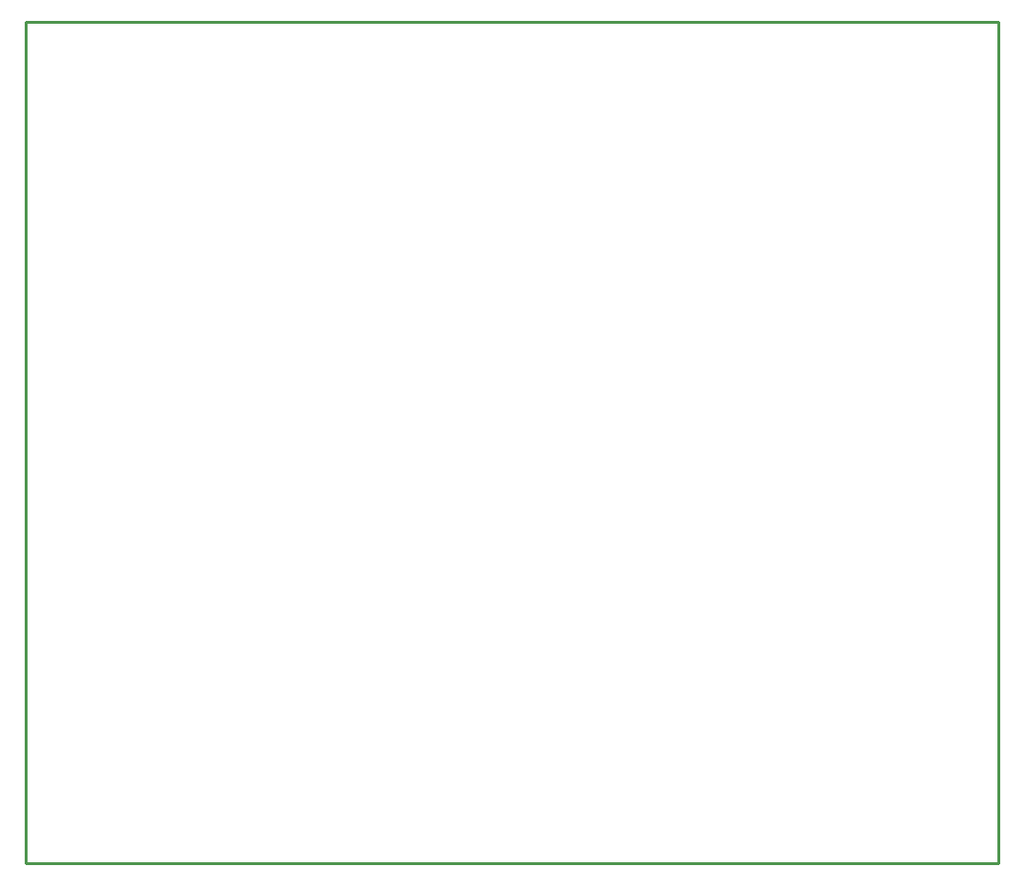
<source format=gm1>
G04*
G04 #@! TF.GenerationSoftware,Altium Limited,Altium Designer,20.0.12 (288)*
G04*
G04 Layer_Color=16711935*
%FSLAX25Y25*%
%MOIN*%
G70*
G01*
G75*
%ADD12C,0.01000*%
D12*
X84252Y316046D02*
X425295D01*
X84252D02*
X84252Y20997D01*
X425295Y316046D02*
X425295Y20997D01*
X84252Y20997D02*
X425295Y20997D01*
M02*

</source>
